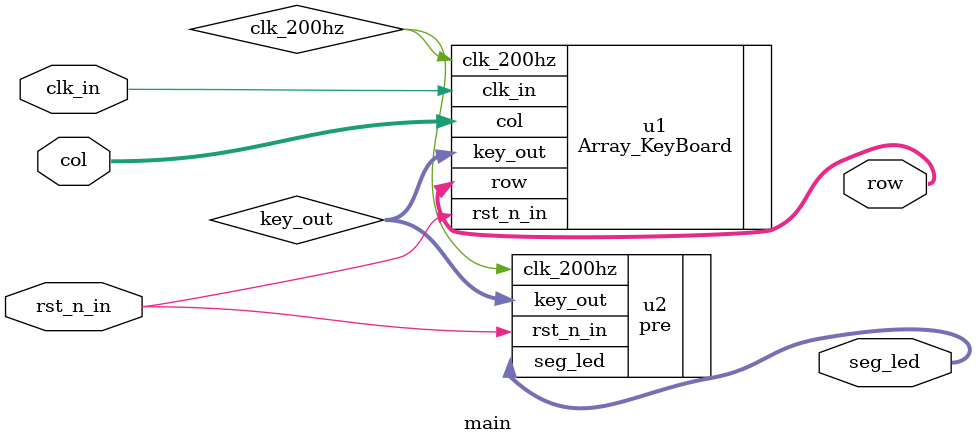
<source format=v>
module main(
		input					clk_in,			
		input					rst_n_in,		
		input			[3:0]	col,	
		output			[8:0]   seg_led,	
		output			[3:0]	row		
		);
		
	wire clk_200hz;
	wire [15:0] key_out;
	
	Array_KeyBoard u1
	(
	.clk_in(clk_in),
	.rst_n_in(rst_n_in),
	.col(col),
	.row(row),
	.clk_200hz(clk_200hz),
	.key_out(key_out)
	);
	
	pre u2
	(
	.clk_200hz(clk_200hz),
	.key_out(key_out),
	.rst_n_in(rst_n_in),
	.seg_led(seg_led)
	);
		
		
		endmodule
	
	
</source>
